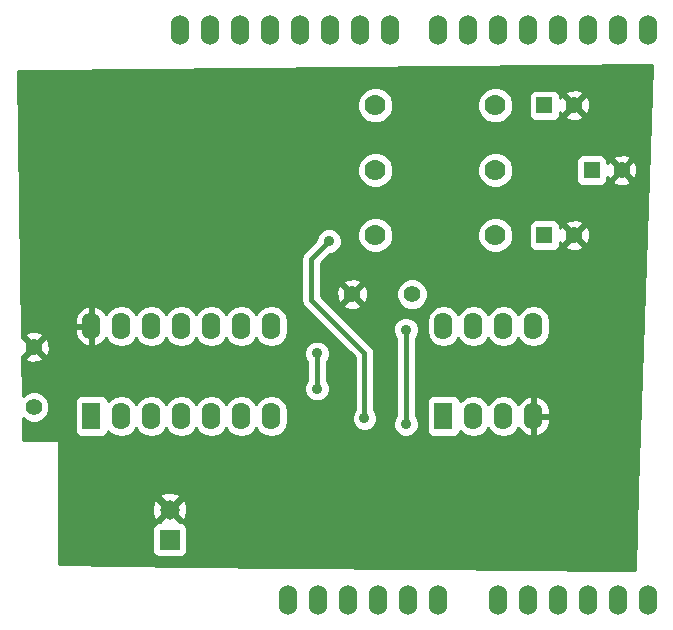
<source format=gbl>
%FSLAX34Y34*%
G04 Gerber Fmt 3.4, Leading zero omitted, Abs format*
G04 (created by PCBNEW (2014-02-26 BZR 4721)-product) date Wednesday, 06 July 2016 19:45:04*
%MOIN*%
G01*
G70*
G90*
G04 APERTURE LIST*
%ADD10C,0.005906*%
%ADD11C,0.055000*%
%ADD12R,0.065000X0.065000*%
%ADD13C,0.065000*%
%ADD14R,0.055000X0.055000*%
%ADD15R,0.062000X0.090000*%
%ADD16O,0.062000X0.090000*%
%ADD17C,0.070000*%
%ADD18O,0.060000X0.100000*%
%ADD19C,0.035000*%
%ADD20C,0.015748*%
%ADD21C,0.010000*%
G04 APERTURE END LIST*
G54D10*
G54D11*
X30314Y-39976D03*
X30314Y-37976D03*
G54D12*
X34842Y-44397D03*
G54D13*
X34842Y-43397D03*
G54D11*
X42929Y-36220D03*
X40929Y-36220D03*
G54D14*
X47334Y-29921D03*
G54D11*
X48334Y-29921D03*
G54D14*
X48909Y-32086D03*
G54D11*
X49909Y-32086D03*
G54D14*
X47334Y-34251D03*
G54D11*
X48334Y-34251D03*
G54D15*
X32236Y-40279D03*
G54D16*
X33236Y-40279D03*
X34236Y-40279D03*
X35236Y-40279D03*
X36236Y-40279D03*
X37236Y-40279D03*
X38236Y-40279D03*
X38236Y-37279D03*
X37236Y-37279D03*
X36236Y-37279D03*
X35236Y-37279D03*
X34236Y-37279D03*
X33236Y-37279D03*
X32236Y-37279D03*
G54D17*
X45700Y-29921D03*
X41700Y-29921D03*
X45700Y-32086D03*
X41700Y-32086D03*
X45700Y-34251D03*
X41700Y-34251D03*
G54D18*
X50788Y-46412D03*
X49788Y-46412D03*
X48788Y-46412D03*
X45788Y-46412D03*
X46788Y-46412D03*
X47788Y-46412D03*
X43788Y-46412D03*
X42788Y-46412D03*
X41788Y-46412D03*
X39788Y-46412D03*
X38788Y-46412D03*
X50788Y-27412D03*
X49788Y-27412D03*
X48788Y-27412D03*
X47788Y-27412D03*
X46788Y-27412D03*
X45788Y-27412D03*
X44788Y-27412D03*
X43788Y-27412D03*
X42188Y-27412D03*
X41188Y-27412D03*
X40188Y-27412D03*
X39188Y-27412D03*
X38188Y-27412D03*
X37188Y-27412D03*
X36188Y-27412D03*
X35188Y-27412D03*
X40788Y-46412D03*
G54D15*
X43972Y-40279D03*
G54D16*
X44972Y-40279D03*
X45972Y-40279D03*
X46972Y-40279D03*
X46972Y-37279D03*
X45972Y-37279D03*
X44972Y-37279D03*
X43972Y-37279D03*
G54D19*
X42716Y-37401D03*
X42716Y-40551D03*
X41338Y-40354D03*
X40157Y-34448D03*
X39763Y-39370D03*
X39763Y-38188D03*
G54D20*
X42716Y-40551D02*
X42716Y-37401D01*
X41338Y-38188D02*
X41338Y-40354D01*
X39566Y-36417D02*
X41338Y-38188D01*
X39566Y-35039D02*
X39566Y-36417D01*
X40157Y-34448D02*
X39566Y-35039D01*
X39763Y-38188D02*
X39763Y-39370D01*
G54D10*
G36*
X50932Y-28593D02*
X50439Y-42729D01*
X50439Y-32162D01*
X50428Y-31953D01*
X50370Y-31813D01*
X50277Y-31789D01*
X50206Y-31860D01*
X50206Y-31718D01*
X50182Y-31626D01*
X49985Y-31556D01*
X49776Y-31568D01*
X49636Y-31626D01*
X49612Y-31718D01*
X49909Y-32015D01*
X50206Y-31718D01*
X50206Y-31860D01*
X49980Y-32086D01*
X50277Y-32383D01*
X50370Y-32359D01*
X50439Y-32162D01*
X50439Y-42729D01*
X50345Y-45421D01*
X50206Y-45420D01*
X50206Y-32454D01*
X49909Y-32157D01*
X49838Y-32228D01*
X49838Y-32086D01*
X49541Y-31789D01*
X49448Y-31813D01*
X49434Y-31854D01*
X49434Y-31761D01*
X49396Y-31670D01*
X49326Y-31599D01*
X49234Y-31561D01*
X49134Y-31561D01*
X48864Y-31561D01*
X48864Y-29997D01*
X48853Y-29788D01*
X48795Y-29648D01*
X48702Y-29624D01*
X48631Y-29694D01*
X48631Y-29553D01*
X48607Y-29460D01*
X48410Y-29391D01*
X48201Y-29402D01*
X48061Y-29460D01*
X48037Y-29553D01*
X48334Y-29850D01*
X48631Y-29553D01*
X48631Y-29694D01*
X48405Y-29921D01*
X48702Y-30218D01*
X48795Y-30194D01*
X48864Y-29997D01*
X48864Y-31561D01*
X48631Y-31561D01*
X48631Y-30289D01*
X48334Y-29991D01*
X48263Y-30062D01*
X48263Y-29921D01*
X47966Y-29624D01*
X47874Y-29648D01*
X47859Y-29689D01*
X47859Y-29596D01*
X47821Y-29504D01*
X47751Y-29434D01*
X47659Y-29396D01*
X47559Y-29396D01*
X47009Y-29396D01*
X46918Y-29434D01*
X46847Y-29504D01*
X46809Y-29596D01*
X46809Y-29695D01*
X46809Y-30245D01*
X46847Y-30337D01*
X46918Y-30408D01*
X47009Y-30446D01*
X47109Y-30446D01*
X47659Y-30446D01*
X47751Y-30408D01*
X47821Y-30337D01*
X47859Y-30245D01*
X47859Y-30159D01*
X47874Y-30194D01*
X47966Y-30218D01*
X48263Y-29921D01*
X48263Y-30062D01*
X48037Y-30289D01*
X48061Y-30381D01*
X48258Y-30451D01*
X48467Y-30439D01*
X48607Y-30381D01*
X48631Y-30289D01*
X48631Y-31561D01*
X48584Y-31561D01*
X48492Y-31599D01*
X48422Y-31670D01*
X48384Y-31761D01*
X48384Y-31861D01*
X48384Y-32411D01*
X48422Y-32503D01*
X48492Y-32573D01*
X48584Y-32611D01*
X48684Y-32611D01*
X49234Y-32611D01*
X49326Y-32573D01*
X49396Y-32503D01*
X49434Y-32411D01*
X49434Y-32324D01*
X49448Y-32359D01*
X49541Y-32383D01*
X49838Y-32086D01*
X49838Y-32228D01*
X49612Y-32454D01*
X49636Y-32547D01*
X49833Y-32616D01*
X50042Y-32605D01*
X50182Y-32547D01*
X50206Y-32454D01*
X50206Y-45420D01*
X48864Y-45406D01*
X48864Y-34327D01*
X48853Y-34119D01*
X48795Y-33979D01*
X48702Y-33954D01*
X48631Y-34025D01*
X48631Y-33884D01*
X48607Y-33791D01*
X48410Y-33722D01*
X48201Y-33733D01*
X48061Y-33791D01*
X48037Y-33884D01*
X48334Y-34181D01*
X48631Y-33884D01*
X48631Y-34025D01*
X48405Y-34251D01*
X48702Y-34549D01*
X48795Y-34524D01*
X48864Y-34327D01*
X48864Y-45406D01*
X48631Y-45404D01*
X48631Y-34619D01*
X48334Y-34322D01*
X48263Y-34393D01*
X48263Y-34251D01*
X47966Y-33954D01*
X47874Y-33979D01*
X47859Y-34020D01*
X47859Y-33927D01*
X47821Y-33835D01*
X47751Y-33765D01*
X47659Y-33726D01*
X47559Y-33726D01*
X47009Y-33726D01*
X46918Y-33765D01*
X46847Y-33835D01*
X46809Y-33927D01*
X46809Y-34026D01*
X46809Y-34576D01*
X46847Y-34668D01*
X46918Y-34738D01*
X47009Y-34776D01*
X47109Y-34776D01*
X47659Y-34776D01*
X47751Y-34738D01*
X47821Y-34668D01*
X47859Y-34576D01*
X47859Y-34489D01*
X47874Y-34524D01*
X47966Y-34549D01*
X48263Y-34251D01*
X48263Y-34393D01*
X48037Y-34619D01*
X48061Y-34712D01*
X48258Y-34781D01*
X48467Y-34770D01*
X48607Y-34712D01*
X48631Y-34619D01*
X48631Y-45404D01*
X47532Y-45393D01*
X47532Y-40469D01*
X47532Y-40329D01*
X47532Y-40229D01*
X47532Y-40089D01*
X47532Y-37433D01*
X47532Y-37125D01*
X47489Y-36911D01*
X47368Y-36729D01*
X47186Y-36608D01*
X46972Y-36565D01*
X46758Y-36608D01*
X46576Y-36729D01*
X46472Y-36885D01*
X46368Y-36729D01*
X46300Y-36684D01*
X46300Y-34133D01*
X46300Y-31967D01*
X46300Y-29802D01*
X46209Y-29581D01*
X46041Y-29412D01*
X45820Y-29321D01*
X45581Y-29321D01*
X45361Y-29412D01*
X45192Y-29580D01*
X45100Y-29801D01*
X45100Y-30040D01*
X45191Y-30260D01*
X45360Y-30429D01*
X45580Y-30521D01*
X45819Y-30521D01*
X46040Y-30430D01*
X46209Y-30261D01*
X46300Y-30041D01*
X46300Y-29802D01*
X46300Y-31967D01*
X46209Y-31747D01*
X46041Y-31578D01*
X45820Y-31486D01*
X45581Y-31486D01*
X45361Y-31577D01*
X45192Y-31746D01*
X45100Y-31966D01*
X45100Y-32205D01*
X45191Y-32426D01*
X45360Y-32594D01*
X45580Y-32686D01*
X45819Y-32686D01*
X46040Y-32595D01*
X46209Y-32426D01*
X46300Y-32206D01*
X46300Y-31967D01*
X46300Y-34133D01*
X46209Y-33912D01*
X46041Y-33743D01*
X45820Y-33652D01*
X45581Y-33651D01*
X45361Y-33743D01*
X45192Y-33911D01*
X45100Y-34132D01*
X45100Y-34370D01*
X45191Y-34591D01*
X45360Y-34760D01*
X45580Y-34851D01*
X45819Y-34852D01*
X46040Y-34760D01*
X46209Y-34592D01*
X46300Y-34371D01*
X46300Y-34133D01*
X46300Y-36684D01*
X46186Y-36608D01*
X45972Y-36565D01*
X45758Y-36608D01*
X45576Y-36729D01*
X45472Y-36885D01*
X45368Y-36729D01*
X45186Y-36608D01*
X44972Y-36565D01*
X44758Y-36608D01*
X44576Y-36729D01*
X44472Y-36885D01*
X44368Y-36729D01*
X44186Y-36608D01*
X43972Y-36565D01*
X43758Y-36608D01*
X43576Y-36729D01*
X43455Y-36911D01*
X43454Y-36915D01*
X43454Y-36116D01*
X43374Y-35923D01*
X43226Y-35775D01*
X43034Y-35695D01*
X42825Y-35695D01*
X42632Y-35775D01*
X42484Y-35922D01*
X42404Y-36115D01*
X42404Y-36324D01*
X42483Y-36517D01*
X42631Y-36665D01*
X42824Y-36745D01*
X43033Y-36745D01*
X43226Y-36665D01*
X43373Y-36518D01*
X43454Y-36325D01*
X43454Y-36116D01*
X43454Y-36915D01*
X43412Y-37125D01*
X43412Y-37433D01*
X43455Y-37647D01*
X43576Y-37829D01*
X43758Y-37950D01*
X43972Y-37993D01*
X44186Y-37950D01*
X44368Y-37829D01*
X44472Y-37673D01*
X44576Y-37829D01*
X44758Y-37950D01*
X44972Y-37993D01*
X45186Y-37950D01*
X45368Y-37829D01*
X45472Y-37673D01*
X45576Y-37829D01*
X45758Y-37950D01*
X45972Y-37993D01*
X46186Y-37950D01*
X46368Y-37829D01*
X46472Y-37673D01*
X46576Y-37829D01*
X46758Y-37950D01*
X46972Y-37993D01*
X47186Y-37950D01*
X47368Y-37829D01*
X47489Y-37647D01*
X47532Y-37433D01*
X47532Y-40089D01*
X47470Y-39879D01*
X47333Y-39708D01*
X47140Y-39603D01*
X47109Y-39596D01*
X47022Y-39644D01*
X47022Y-40229D01*
X47532Y-40229D01*
X47532Y-40329D01*
X47022Y-40329D01*
X47022Y-40914D01*
X47109Y-40962D01*
X47140Y-40956D01*
X47333Y-40850D01*
X47470Y-40680D01*
X47532Y-40469D01*
X47532Y-45393D01*
X46922Y-45387D01*
X46922Y-40914D01*
X46922Y-40329D01*
X46914Y-40329D01*
X46914Y-40229D01*
X46922Y-40229D01*
X46922Y-39644D01*
X46835Y-39596D01*
X46804Y-39603D01*
X46611Y-39708D01*
X46474Y-39879D01*
X46472Y-39885D01*
X46368Y-39729D01*
X46186Y-39608D01*
X45972Y-39565D01*
X45758Y-39608D01*
X45576Y-39729D01*
X45472Y-39885D01*
X45368Y-39729D01*
X45186Y-39608D01*
X44972Y-39565D01*
X44758Y-39608D01*
X44576Y-39729D01*
X44532Y-39795D01*
X44532Y-39779D01*
X44494Y-39687D01*
X44424Y-39617D01*
X44332Y-39579D01*
X44232Y-39579D01*
X43612Y-39579D01*
X43520Y-39617D01*
X43450Y-39687D01*
X43412Y-39779D01*
X43412Y-39879D01*
X43412Y-40779D01*
X43450Y-40871D01*
X43520Y-40941D01*
X43612Y-40979D01*
X43712Y-40979D01*
X44332Y-40979D01*
X44424Y-40941D01*
X44494Y-40871D01*
X44532Y-40779D01*
X44532Y-40763D01*
X44576Y-40829D01*
X44758Y-40950D01*
X44972Y-40993D01*
X45186Y-40950D01*
X45368Y-40829D01*
X45472Y-40673D01*
X45576Y-40829D01*
X45758Y-40950D01*
X45972Y-40993D01*
X46186Y-40950D01*
X46368Y-40829D01*
X46472Y-40673D01*
X46474Y-40680D01*
X46611Y-40850D01*
X46804Y-40956D01*
X46835Y-40962D01*
X46922Y-40914D01*
X46922Y-45387D01*
X43141Y-45348D01*
X43141Y-40467D01*
X43077Y-40310D01*
X43045Y-40278D01*
X43045Y-37673D01*
X43076Y-37642D01*
X43141Y-37486D01*
X43141Y-37317D01*
X43077Y-37161D01*
X42957Y-37041D01*
X42801Y-36976D01*
X42632Y-36976D01*
X42476Y-37041D01*
X42356Y-37160D01*
X42300Y-37294D01*
X42300Y-34133D01*
X42300Y-31967D01*
X42300Y-29802D01*
X42209Y-29581D01*
X42041Y-29412D01*
X41820Y-29321D01*
X41581Y-29321D01*
X41361Y-29412D01*
X41192Y-29580D01*
X41100Y-29801D01*
X41100Y-30040D01*
X41191Y-30260D01*
X41360Y-30429D01*
X41580Y-30521D01*
X41819Y-30521D01*
X42040Y-30430D01*
X42209Y-30261D01*
X42300Y-30041D01*
X42300Y-29802D01*
X42300Y-31967D01*
X42209Y-31747D01*
X42041Y-31578D01*
X41820Y-31486D01*
X41581Y-31486D01*
X41361Y-31577D01*
X41192Y-31746D01*
X41100Y-31966D01*
X41100Y-32205D01*
X41191Y-32426D01*
X41360Y-32594D01*
X41580Y-32686D01*
X41819Y-32686D01*
X42040Y-32595D01*
X42209Y-32426D01*
X42300Y-32206D01*
X42300Y-31967D01*
X42300Y-34133D01*
X42209Y-33912D01*
X42041Y-33743D01*
X41820Y-33652D01*
X41581Y-33651D01*
X41361Y-33743D01*
X41192Y-33911D01*
X41100Y-34132D01*
X41100Y-34370D01*
X41191Y-34591D01*
X41360Y-34760D01*
X41580Y-34851D01*
X41819Y-34852D01*
X42040Y-34760D01*
X42209Y-34592D01*
X42300Y-34371D01*
X42300Y-34133D01*
X42300Y-37294D01*
X42291Y-37316D01*
X42291Y-37485D01*
X42356Y-37642D01*
X42387Y-37673D01*
X42387Y-40278D01*
X42356Y-40310D01*
X42291Y-40466D01*
X42291Y-40635D01*
X42356Y-40791D01*
X42475Y-40911D01*
X42631Y-40976D01*
X42800Y-40976D01*
X42956Y-40911D01*
X43076Y-40792D01*
X43141Y-40636D01*
X43141Y-40467D01*
X43141Y-45348D01*
X41763Y-45334D01*
X41763Y-40270D01*
X41699Y-40113D01*
X41667Y-40082D01*
X41667Y-38188D01*
X41642Y-38063D01*
X41642Y-38063D01*
X41571Y-37956D01*
X41459Y-37844D01*
X41459Y-36296D01*
X41447Y-36087D01*
X41389Y-35947D01*
X41296Y-35923D01*
X41226Y-35994D01*
X41226Y-35852D01*
X41201Y-35759D01*
X41004Y-35690D01*
X40796Y-35701D01*
X40656Y-35759D01*
X40632Y-35852D01*
X40929Y-36149D01*
X41226Y-35852D01*
X41226Y-35994D01*
X40999Y-36220D01*
X41296Y-36517D01*
X41389Y-36493D01*
X41459Y-36296D01*
X41459Y-37844D01*
X41226Y-37611D01*
X41226Y-36588D01*
X40929Y-36291D01*
X40858Y-36361D01*
X40858Y-36220D01*
X40561Y-35923D01*
X40468Y-35947D01*
X40399Y-36144D01*
X40410Y-36353D01*
X40468Y-36493D01*
X40561Y-36517D01*
X40858Y-36220D01*
X40858Y-36361D01*
X40632Y-36588D01*
X40656Y-36681D01*
X40853Y-36750D01*
X41061Y-36739D01*
X41201Y-36681D01*
X41226Y-36588D01*
X41226Y-37611D01*
X39895Y-36281D01*
X39895Y-35175D01*
X40197Y-34873D01*
X40241Y-34873D01*
X40397Y-34809D01*
X40517Y-34689D01*
X40582Y-34533D01*
X40582Y-34364D01*
X40517Y-34208D01*
X40398Y-34088D01*
X40242Y-34023D01*
X40073Y-34023D01*
X39917Y-34088D01*
X39797Y-34207D01*
X39732Y-34363D01*
X39732Y-34408D01*
X39334Y-34806D01*
X39263Y-34913D01*
X39238Y-35039D01*
X39238Y-36417D01*
X39263Y-36543D01*
X39334Y-36649D01*
X41009Y-38325D01*
X41009Y-40081D01*
X40978Y-40113D01*
X40913Y-40269D01*
X40913Y-40438D01*
X40978Y-40594D01*
X41097Y-40714D01*
X41253Y-40779D01*
X41422Y-40779D01*
X41579Y-40714D01*
X41698Y-40595D01*
X41763Y-40439D01*
X41763Y-40270D01*
X41763Y-45334D01*
X40188Y-45318D01*
X40188Y-39285D01*
X40124Y-39129D01*
X40092Y-39097D01*
X40092Y-38461D01*
X40123Y-38430D01*
X40188Y-38273D01*
X40188Y-38104D01*
X40124Y-37948D01*
X40004Y-37828D01*
X39848Y-37764D01*
X39679Y-37763D01*
X39523Y-37828D01*
X39403Y-37947D01*
X39338Y-38104D01*
X39338Y-38273D01*
X39403Y-38429D01*
X39435Y-38461D01*
X39435Y-39097D01*
X39403Y-39129D01*
X39338Y-39285D01*
X39338Y-39454D01*
X39403Y-39610D01*
X39522Y-39730D01*
X39678Y-39795D01*
X39847Y-39795D01*
X40004Y-39730D01*
X40123Y-39611D01*
X40188Y-39454D01*
X40188Y-39285D01*
X40188Y-45318D01*
X38796Y-45304D01*
X38796Y-40433D01*
X38796Y-40125D01*
X38796Y-37433D01*
X38796Y-37125D01*
X38753Y-36911D01*
X38632Y-36729D01*
X38450Y-36608D01*
X38236Y-36565D01*
X38021Y-36608D01*
X37840Y-36729D01*
X37736Y-36885D01*
X37632Y-36729D01*
X37450Y-36608D01*
X37236Y-36565D01*
X37021Y-36608D01*
X36840Y-36729D01*
X36736Y-36885D01*
X36632Y-36729D01*
X36450Y-36608D01*
X36236Y-36565D01*
X36021Y-36608D01*
X35840Y-36729D01*
X35736Y-36885D01*
X35632Y-36729D01*
X35450Y-36608D01*
X35236Y-36565D01*
X35021Y-36608D01*
X34840Y-36729D01*
X34736Y-36885D01*
X34632Y-36729D01*
X34450Y-36608D01*
X34236Y-36565D01*
X34021Y-36608D01*
X33840Y-36729D01*
X33736Y-36885D01*
X33632Y-36729D01*
X33450Y-36608D01*
X33236Y-36565D01*
X33021Y-36608D01*
X32840Y-36729D01*
X32736Y-36885D01*
X32734Y-36879D01*
X32596Y-36708D01*
X32404Y-36603D01*
X32372Y-36596D01*
X32286Y-36644D01*
X32286Y-37229D01*
X32294Y-37229D01*
X32294Y-37329D01*
X32286Y-37329D01*
X32286Y-37914D01*
X32372Y-37962D01*
X32404Y-37956D01*
X32596Y-37850D01*
X32734Y-37680D01*
X32736Y-37673D01*
X32840Y-37829D01*
X33021Y-37950D01*
X33236Y-37993D01*
X33450Y-37950D01*
X33632Y-37829D01*
X33736Y-37673D01*
X33840Y-37829D01*
X34021Y-37950D01*
X34236Y-37993D01*
X34450Y-37950D01*
X34632Y-37829D01*
X34736Y-37673D01*
X34840Y-37829D01*
X35021Y-37950D01*
X35236Y-37993D01*
X35450Y-37950D01*
X35632Y-37829D01*
X35736Y-37673D01*
X35840Y-37829D01*
X36021Y-37950D01*
X36236Y-37993D01*
X36450Y-37950D01*
X36632Y-37829D01*
X36736Y-37673D01*
X36840Y-37829D01*
X37021Y-37950D01*
X37236Y-37993D01*
X37450Y-37950D01*
X37632Y-37829D01*
X37736Y-37673D01*
X37840Y-37829D01*
X38021Y-37950D01*
X38236Y-37993D01*
X38450Y-37950D01*
X38632Y-37829D01*
X38753Y-37647D01*
X38796Y-37433D01*
X38796Y-40125D01*
X38753Y-39911D01*
X38632Y-39729D01*
X38450Y-39608D01*
X38236Y-39565D01*
X38021Y-39608D01*
X37840Y-39729D01*
X37736Y-39885D01*
X37632Y-39729D01*
X37450Y-39608D01*
X37236Y-39565D01*
X37021Y-39608D01*
X36840Y-39729D01*
X36736Y-39885D01*
X36632Y-39729D01*
X36450Y-39608D01*
X36236Y-39565D01*
X36021Y-39608D01*
X35840Y-39729D01*
X35736Y-39885D01*
X35632Y-39729D01*
X35450Y-39608D01*
X35236Y-39565D01*
X35021Y-39608D01*
X34840Y-39729D01*
X34736Y-39885D01*
X34632Y-39729D01*
X34450Y-39608D01*
X34236Y-39565D01*
X34021Y-39608D01*
X33840Y-39729D01*
X33736Y-39885D01*
X33632Y-39729D01*
X33450Y-39608D01*
X33236Y-39565D01*
X33021Y-39608D01*
X32840Y-39729D01*
X32796Y-39795D01*
X32796Y-39779D01*
X32758Y-39687D01*
X32687Y-39617D01*
X32595Y-39579D01*
X32496Y-39579D01*
X32186Y-39579D01*
X32186Y-37914D01*
X32186Y-37329D01*
X32186Y-37229D01*
X32186Y-36644D01*
X32099Y-36596D01*
X32068Y-36603D01*
X31875Y-36708D01*
X31737Y-36879D01*
X31676Y-37089D01*
X31676Y-37229D01*
X32186Y-37229D01*
X32186Y-37329D01*
X31676Y-37329D01*
X31676Y-37469D01*
X31737Y-37680D01*
X31875Y-37850D01*
X32068Y-37956D01*
X32099Y-37962D01*
X32186Y-37914D01*
X32186Y-39579D01*
X31876Y-39579D01*
X31784Y-39617D01*
X31714Y-39687D01*
X31676Y-39779D01*
X31676Y-39879D01*
X31676Y-40779D01*
X31714Y-40871D01*
X31784Y-40941D01*
X31876Y-40979D01*
X31975Y-40979D01*
X32595Y-40979D01*
X32687Y-40941D01*
X32758Y-40871D01*
X32796Y-40779D01*
X32796Y-40763D01*
X32840Y-40829D01*
X33021Y-40950D01*
X33236Y-40993D01*
X33450Y-40950D01*
X33632Y-40829D01*
X33736Y-40673D01*
X33840Y-40829D01*
X34021Y-40950D01*
X34236Y-40993D01*
X34450Y-40950D01*
X34632Y-40829D01*
X34736Y-40673D01*
X34840Y-40829D01*
X35021Y-40950D01*
X35236Y-40993D01*
X35450Y-40950D01*
X35632Y-40829D01*
X35736Y-40673D01*
X35840Y-40829D01*
X36021Y-40950D01*
X36236Y-40993D01*
X36450Y-40950D01*
X36632Y-40829D01*
X36736Y-40673D01*
X36840Y-40829D01*
X37021Y-40950D01*
X37236Y-40993D01*
X37450Y-40950D01*
X37632Y-40829D01*
X37736Y-40673D01*
X37840Y-40829D01*
X38021Y-40950D01*
X38236Y-40993D01*
X38450Y-40950D01*
X38632Y-40829D01*
X38753Y-40647D01*
X38796Y-40433D01*
X38796Y-45304D01*
X35422Y-45269D01*
X35422Y-43485D01*
X35411Y-43256D01*
X35344Y-43094D01*
X35246Y-43064D01*
X35175Y-43135D01*
X35175Y-42993D01*
X35145Y-42895D01*
X34930Y-42817D01*
X34701Y-42828D01*
X34539Y-42895D01*
X34509Y-42993D01*
X34842Y-43326D01*
X35175Y-42993D01*
X35175Y-43135D01*
X34913Y-43397D01*
X35246Y-43730D01*
X35344Y-43700D01*
X35422Y-43485D01*
X35422Y-45269D01*
X35417Y-45269D01*
X35417Y-44772D01*
X35417Y-44672D01*
X35417Y-44022D01*
X35379Y-43931D01*
X35309Y-43860D01*
X35217Y-43822D01*
X35169Y-43822D01*
X35175Y-43801D01*
X34842Y-43468D01*
X34771Y-43539D01*
X34771Y-43397D01*
X34438Y-43064D01*
X34340Y-43094D01*
X34262Y-43309D01*
X34273Y-43538D01*
X34340Y-43700D01*
X34438Y-43730D01*
X34771Y-43397D01*
X34771Y-43539D01*
X34509Y-43801D01*
X34515Y-43822D01*
X34467Y-43822D01*
X34375Y-43860D01*
X34305Y-43931D01*
X34267Y-44022D01*
X34267Y-44122D01*
X34267Y-44772D01*
X34305Y-44864D01*
X34375Y-44934D01*
X34467Y-44972D01*
X34567Y-44972D01*
X35217Y-44972D01*
X35309Y-44934D01*
X35379Y-44864D01*
X35417Y-44772D01*
X35417Y-45269D01*
X31152Y-45226D01*
X31152Y-41091D01*
X30844Y-41091D01*
X30844Y-38052D01*
X30833Y-37843D01*
X30775Y-37703D01*
X30682Y-37679D01*
X30612Y-37750D01*
X30612Y-37608D01*
X30587Y-37515D01*
X30390Y-37446D01*
X30182Y-37457D01*
X30042Y-37515D01*
X30017Y-37608D01*
X30314Y-37905D01*
X30612Y-37608D01*
X30612Y-37750D01*
X30385Y-37976D01*
X30682Y-38273D01*
X30775Y-38249D01*
X30844Y-38052D01*
X30844Y-41091D01*
X29970Y-41091D01*
X29958Y-40362D01*
X30017Y-40421D01*
X30210Y-40501D01*
X30418Y-40501D01*
X30611Y-40421D01*
X30759Y-40274D01*
X30839Y-40081D01*
X30840Y-39872D01*
X30760Y-39679D01*
X30612Y-39531D01*
X30612Y-39531D01*
X30612Y-38344D01*
X30314Y-38047D01*
X30017Y-38344D01*
X30042Y-38436D01*
X30239Y-38506D01*
X30447Y-38494D01*
X30587Y-38436D01*
X30612Y-38344D01*
X30612Y-39531D01*
X30419Y-39451D01*
X30210Y-39451D01*
X30017Y-39531D01*
X29946Y-39602D01*
X29925Y-38267D01*
X29947Y-38273D01*
X30244Y-37976D01*
X29947Y-37679D01*
X29916Y-37687D01*
X29775Y-28790D01*
X30512Y-28790D01*
X50932Y-28593D01*
X50932Y-28593D01*
G37*
G54D21*
X50932Y-28593D02*
X50439Y-42729D01*
X50439Y-32162D01*
X50428Y-31953D01*
X50370Y-31813D01*
X50277Y-31789D01*
X50206Y-31860D01*
X50206Y-31718D01*
X50182Y-31626D01*
X49985Y-31556D01*
X49776Y-31568D01*
X49636Y-31626D01*
X49612Y-31718D01*
X49909Y-32015D01*
X50206Y-31718D01*
X50206Y-31860D01*
X49980Y-32086D01*
X50277Y-32383D01*
X50370Y-32359D01*
X50439Y-32162D01*
X50439Y-42729D01*
X50345Y-45421D01*
X50206Y-45420D01*
X50206Y-32454D01*
X49909Y-32157D01*
X49838Y-32228D01*
X49838Y-32086D01*
X49541Y-31789D01*
X49448Y-31813D01*
X49434Y-31854D01*
X49434Y-31761D01*
X49396Y-31670D01*
X49326Y-31599D01*
X49234Y-31561D01*
X49134Y-31561D01*
X48864Y-31561D01*
X48864Y-29997D01*
X48853Y-29788D01*
X48795Y-29648D01*
X48702Y-29624D01*
X48631Y-29694D01*
X48631Y-29553D01*
X48607Y-29460D01*
X48410Y-29391D01*
X48201Y-29402D01*
X48061Y-29460D01*
X48037Y-29553D01*
X48334Y-29850D01*
X48631Y-29553D01*
X48631Y-29694D01*
X48405Y-29921D01*
X48702Y-30218D01*
X48795Y-30194D01*
X48864Y-29997D01*
X48864Y-31561D01*
X48631Y-31561D01*
X48631Y-30289D01*
X48334Y-29991D01*
X48263Y-30062D01*
X48263Y-29921D01*
X47966Y-29624D01*
X47874Y-29648D01*
X47859Y-29689D01*
X47859Y-29596D01*
X47821Y-29504D01*
X47751Y-29434D01*
X47659Y-29396D01*
X47559Y-29396D01*
X47009Y-29396D01*
X46918Y-29434D01*
X46847Y-29504D01*
X46809Y-29596D01*
X46809Y-29695D01*
X46809Y-30245D01*
X46847Y-30337D01*
X46918Y-30408D01*
X47009Y-30446D01*
X47109Y-30446D01*
X47659Y-30446D01*
X47751Y-30408D01*
X47821Y-30337D01*
X47859Y-30245D01*
X47859Y-30159D01*
X47874Y-30194D01*
X47966Y-30218D01*
X48263Y-29921D01*
X48263Y-30062D01*
X48037Y-30289D01*
X48061Y-30381D01*
X48258Y-30451D01*
X48467Y-30439D01*
X48607Y-30381D01*
X48631Y-30289D01*
X48631Y-31561D01*
X48584Y-31561D01*
X48492Y-31599D01*
X48422Y-31670D01*
X48384Y-31761D01*
X48384Y-31861D01*
X48384Y-32411D01*
X48422Y-32503D01*
X48492Y-32573D01*
X48584Y-32611D01*
X48684Y-32611D01*
X49234Y-32611D01*
X49326Y-32573D01*
X49396Y-32503D01*
X49434Y-32411D01*
X49434Y-32324D01*
X49448Y-32359D01*
X49541Y-32383D01*
X49838Y-32086D01*
X49838Y-32228D01*
X49612Y-32454D01*
X49636Y-32547D01*
X49833Y-32616D01*
X50042Y-32605D01*
X50182Y-32547D01*
X50206Y-32454D01*
X50206Y-45420D01*
X48864Y-45406D01*
X48864Y-34327D01*
X48853Y-34119D01*
X48795Y-33979D01*
X48702Y-33954D01*
X48631Y-34025D01*
X48631Y-33884D01*
X48607Y-33791D01*
X48410Y-33722D01*
X48201Y-33733D01*
X48061Y-33791D01*
X48037Y-33884D01*
X48334Y-34181D01*
X48631Y-33884D01*
X48631Y-34025D01*
X48405Y-34251D01*
X48702Y-34549D01*
X48795Y-34524D01*
X48864Y-34327D01*
X48864Y-45406D01*
X48631Y-45404D01*
X48631Y-34619D01*
X48334Y-34322D01*
X48263Y-34393D01*
X48263Y-34251D01*
X47966Y-33954D01*
X47874Y-33979D01*
X47859Y-34020D01*
X47859Y-33927D01*
X47821Y-33835D01*
X47751Y-33765D01*
X47659Y-33726D01*
X47559Y-33726D01*
X47009Y-33726D01*
X46918Y-33765D01*
X46847Y-33835D01*
X46809Y-33927D01*
X46809Y-34026D01*
X46809Y-34576D01*
X46847Y-34668D01*
X46918Y-34738D01*
X47009Y-34776D01*
X47109Y-34776D01*
X47659Y-34776D01*
X47751Y-34738D01*
X47821Y-34668D01*
X47859Y-34576D01*
X47859Y-34489D01*
X47874Y-34524D01*
X47966Y-34549D01*
X48263Y-34251D01*
X48263Y-34393D01*
X48037Y-34619D01*
X48061Y-34712D01*
X48258Y-34781D01*
X48467Y-34770D01*
X48607Y-34712D01*
X48631Y-34619D01*
X48631Y-45404D01*
X47532Y-45393D01*
X47532Y-40469D01*
X47532Y-40329D01*
X47532Y-40229D01*
X47532Y-40089D01*
X47532Y-37433D01*
X47532Y-37125D01*
X47489Y-36911D01*
X47368Y-36729D01*
X47186Y-36608D01*
X46972Y-36565D01*
X46758Y-36608D01*
X46576Y-36729D01*
X46472Y-36885D01*
X46368Y-36729D01*
X46300Y-36684D01*
X46300Y-34133D01*
X46300Y-31967D01*
X46300Y-29802D01*
X46209Y-29581D01*
X46041Y-29412D01*
X45820Y-29321D01*
X45581Y-29321D01*
X45361Y-29412D01*
X45192Y-29580D01*
X45100Y-29801D01*
X45100Y-30040D01*
X45191Y-30260D01*
X45360Y-30429D01*
X45580Y-30521D01*
X45819Y-30521D01*
X46040Y-30430D01*
X46209Y-30261D01*
X46300Y-30041D01*
X46300Y-29802D01*
X46300Y-31967D01*
X46209Y-31747D01*
X46041Y-31578D01*
X45820Y-31486D01*
X45581Y-31486D01*
X45361Y-31577D01*
X45192Y-31746D01*
X45100Y-31966D01*
X45100Y-32205D01*
X45191Y-32426D01*
X45360Y-32594D01*
X45580Y-32686D01*
X45819Y-32686D01*
X46040Y-32595D01*
X46209Y-32426D01*
X46300Y-32206D01*
X46300Y-31967D01*
X46300Y-34133D01*
X46209Y-33912D01*
X46041Y-33743D01*
X45820Y-33652D01*
X45581Y-33651D01*
X45361Y-33743D01*
X45192Y-33911D01*
X45100Y-34132D01*
X45100Y-34370D01*
X45191Y-34591D01*
X45360Y-34760D01*
X45580Y-34851D01*
X45819Y-34852D01*
X46040Y-34760D01*
X46209Y-34592D01*
X46300Y-34371D01*
X46300Y-34133D01*
X46300Y-36684D01*
X46186Y-36608D01*
X45972Y-36565D01*
X45758Y-36608D01*
X45576Y-36729D01*
X45472Y-36885D01*
X45368Y-36729D01*
X45186Y-36608D01*
X44972Y-36565D01*
X44758Y-36608D01*
X44576Y-36729D01*
X44472Y-36885D01*
X44368Y-36729D01*
X44186Y-36608D01*
X43972Y-36565D01*
X43758Y-36608D01*
X43576Y-36729D01*
X43455Y-36911D01*
X43454Y-36915D01*
X43454Y-36116D01*
X43374Y-35923D01*
X43226Y-35775D01*
X43034Y-35695D01*
X42825Y-35695D01*
X42632Y-35775D01*
X42484Y-35922D01*
X42404Y-36115D01*
X42404Y-36324D01*
X42483Y-36517D01*
X42631Y-36665D01*
X42824Y-36745D01*
X43033Y-36745D01*
X43226Y-36665D01*
X43373Y-36518D01*
X43454Y-36325D01*
X43454Y-36116D01*
X43454Y-36915D01*
X43412Y-37125D01*
X43412Y-37433D01*
X43455Y-37647D01*
X43576Y-37829D01*
X43758Y-37950D01*
X43972Y-37993D01*
X44186Y-37950D01*
X44368Y-37829D01*
X44472Y-37673D01*
X44576Y-37829D01*
X44758Y-37950D01*
X44972Y-37993D01*
X45186Y-37950D01*
X45368Y-37829D01*
X45472Y-37673D01*
X45576Y-37829D01*
X45758Y-37950D01*
X45972Y-37993D01*
X46186Y-37950D01*
X46368Y-37829D01*
X46472Y-37673D01*
X46576Y-37829D01*
X46758Y-37950D01*
X46972Y-37993D01*
X47186Y-37950D01*
X47368Y-37829D01*
X47489Y-37647D01*
X47532Y-37433D01*
X47532Y-40089D01*
X47470Y-39879D01*
X47333Y-39708D01*
X47140Y-39603D01*
X47109Y-39596D01*
X47022Y-39644D01*
X47022Y-40229D01*
X47532Y-40229D01*
X47532Y-40329D01*
X47022Y-40329D01*
X47022Y-40914D01*
X47109Y-40962D01*
X47140Y-40956D01*
X47333Y-40850D01*
X47470Y-40680D01*
X47532Y-40469D01*
X47532Y-45393D01*
X46922Y-45387D01*
X46922Y-40914D01*
X46922Y-40329D01*
X46914Y-40329D01*
X46914Y-40229D01*
X46922Y-40229D01*
X46922Y-39644D01*
X46835Y-39596D01*
X46804Y-39603D01*
X46611Y-39708D01*
X46474Y-39879D01*
X46472Y-39885D01*
X46368Y-39729D01*
X46186Y-39608D01*
X45972Y-39565D01*
X45758Y-39608D01*
X45576Y-39729D01*
X45472Y-39885D01*
X45368Y-39729D01*
X45186Y-39608D01*
X44972Y-39565D01*
X44758Y-39608D01*
X44576Y-39729D01*
X44532Y-39795D01*
X44532Y-39779D01*
X44494Y-39687D01*
X44424Y-39617D01*
X44332Y-39579D01*
X44232Y-39579D01*
X43612Y-39579D01*
X43520Y-39617D01*
X43450Y-39687D01*
X43412Y-39779D01*
X43412Y-39879D01*
X43412Y-40779D01*
X43450Y-40871D01*
X43520Y-40941D01*
X43612Y-40979D01*
X43712Y-40979D01*
X44332Y-40979D01*
X44424Y-40941D01*
X44494Y-40871D01*
X44532Y-40779D01*
X44532Y-40763D01*
X44576Y-40829D01*
X44758Y-40950D01*
X44972Y-40993D01*
X45186Y-40950D01*
X45368Y-40829D01*
X45472Y-40673D01*
X45576Y-40829D01*
X45758Y-40950D01*
X45972Y-40993D01*
X46186Y-40950D01*
X46368Y-40829D01*
X46472Y-40673D01*
X46474Y-40680D01*
X46611Y-40850D01*
X46804Y-40956D01*
X46835Y-40962D01*
X46922Y-40914D01*
X46922Y-45387D01*
X43141Y-45348D01*
X43141Y-40467D01*
X43077Y-40310D01*
X43045Y-40278D01*
X43045Y-37673D01*
X43076Y-37642D01*
X43141Y-37486D01*
X43141Y-37317D01*
X43077Y-37161D01*
X42957Y-37041D01*
X42801Y-36976D01*
X42632Y-36976D01*
X42476Y-37041D01*
X42356Y-37160D01*
X42300Y-37294D01*
X42300Y-34133D01*
X42300Y-31967D01*
X42300Y-29802D01*
X42209Y-29581D01*
X42041Y-29412D01*
X41820Y-29321D01*
X41581Y-29321D01*
X41361Y-29412D01*
X41192Y-29580D01*
X41100Y-29801D01*
X41100Y-30040D01*
X41191Y-30260D01*
X41360Y-30429D01*
X41580Y-30521D01*
X41819Y-30521D01*
X42040Y-30430D01*
X42209Y-30261D01*
X42300Y-30041D01*
X42300Y-29802D01*
X42300Y-31967D01*
X42209Y-31747D01*
X42041Y-31578D01*
X41820Y-31486D01*
X41581Y-31486D01*
X41361Y-31577D01*
X41192Y-31746D01*
X41100Y-31966D01*
X41100Y-32205D01*
X41191Y-32426D01*
X41360Y-32594D01*
X41580Y-32686D01*
X41819Y-32686D01*
X42040Y-32595D01*
X42209Y-32426D01*
X42300Y-32206D01*
X42300Y-31967D01*
X42300Y-34133D01*
X42209Y-33912D01*
X42041Y-33743D01*
X41820Y-33652D01*
X41581Y-33651D01*
X41361Y-33743D01*
X41192Y-33911D01*
X41100Y-34132D01*
X41100Y-34370D01*
X41191Y-34591D01*
X41360Y-34760D01*
X41580Y-34851D01*
X41819Y-34852D01*
X42040Y-34760D01*
X42209Y-34592D01*
X42300Y-34371D01*
X42300Y-34133D01*
X42300Y-37294D01*
X42291Y-37316D01*
X42291Y-37485D01*
X42356Y-37642D01*
X42387Y-37673D01*
X42387Y-40278D01*
X42356Y-40310D01*
X42291Y-40466D01*
X42291Y-40635D01*
X42356Y-40791D01*
X42475Y-40911D01*
X42631Y-40976D01*
X42800Y-40976D01*
X42956Y-40911D01*
X43076Y-40792D01*
X43141Y-40636D01*
X43141Y-40467D01*
X43141Y-45348D01*
X41763Y-45334D01*
X41763Y-40270D01*
X41699Y-40113D01*
X41667Y-40082D01*
X41667Y-38188D01*
X41642Y-38063D01*
X41642Y-38063D01*
X41571Y-37956D01*
X41459Y-37844D01*
X41459Y-36296D01*
X41447Y-36087D01*
X41389Y-35947D01*
X41296Y-35923D01*
X41226Y-35994D01*
X41226Y-35852D01*
X41201Y-35759D01*
X41004Y-35690D01*
X40796Y-35701D01*
X40656Y-35759D01*
X40632Y-35852D01*
X40929Y-36149D01*
X41226Y-35852D01*
X41226Y-35994D01*
X40999Y-36220D01*
X41296Y-36517D01*
X41389Y-36493D01*
X41459Y-36296D01*
X41459Y-37844D01*
X41226Y-37611D01*
X41226Y-36588D01*
X40929Y-36291D01*
X40858Y-36361D01*
X40858Y-36220D01*
X40561Y-35923D01*
X40468Y-35947D01*
X40399Y-36144D01*
X40410Y-36353D01*
X40468Y-36493D01*
X40561Y-36517D01*
X40858Y-36220D01*
X40858Y-36361D01*
X40632Y-36588D01*
X40656Y-36681D01*
X40853Y-36750D01*
X41061Y-36739D01*
X41201Y-36681D01*
X41226Y-36588D01*
X41226Y-37611D01*
X39895Y-36281D01*
X39895Y-35175D01*
X40197Y-34873D01*
X40241Y-34873D01*
X40397Y-34809D01*
X40517Y-34689D01*
X40582Y-34533D01*
X40582Y-34364D01*
X40517Y-34208D01*
X40398Y-34088D01*
X40242Y-34023D01*
X40073Y-34023D01*
X39917Y-34088D01*
X39797Y-34207D01*
X39732Y-34363D01*
X39732Y-34408D01*
X39334Y-34806D01*
X39263Y-34913D01*
X39238Y-35039D01*
X39238Y-36417D01*
X39263Y-36543D01*
X39334Y-36649D01*
X41009Y-38325D01*
X41009Y-40081D01*
X40978Y-40113D01*
X40913Y-40269D01*
X40913Y-40438D01*
X40978Y-40594D01*
X41097Y-40714D01*
X41253Y-40779D01*
X41422Y-40779D01*
X41579Y-40714D01*
X41698Y-40595D01*
X41763Y-40439D01*
X41763Y-40270D01*
X41763Y-45334D01*
X40188Y-45318D01*
X40188Y-39285D01*
X40124Y-39129D01*
X40092Y-39097D01*
X40092Y-38461D01*
X40123Y-38430D01*
X40188Y-38273D01*
X40188Y-38104D01*
X40124Y-37948D01*
X40004Y-37828D01*
X39848Y-37764D01*
X39679Y-37763D01*
X39523Y-37828D01*
X39403Y-37947D01*
X39338Y-38104D01*
X39338Y-38273D01*
X39403Y-38429D01*
X39435Y-38461D01*
X39435Y-39097D01*
X39403Y-39129D01*
X39338Y-39285D01*
X39338Y-39454D01*
X39403Y-39610D01*
X39522Y-39730D01*
X39678Y-39795D01*
X39847Y-39795D01*
X40004Y-39730D01*
X40123Y-39611D01*
X40188Y-39454D01*
X40188Y-39285D01*
X40188Y-45318D01*
X38796Y-45304D01*
X38796Y-40433D01*
X38796Y-40125D01*
X38796Y-37433D01*
X38796Y-37125D01*
X38753Y-36911D01*
X38632Y-36729D01*
X38450Y-36608D01*
X38236Y-36565D01*
X38021Y-36608D01*
X37840Y-36729D01*
X37736Y-36885D01*
X37632Y-36729D01*
X37450Y-36608D01*
X37236Y-36565D01*
X37021Y-36608D01*
X36840Y-36729D01*
X36736Y-36885D01*
X36632Y-36729D01*
X36450Y-36608D01*
X36236Y-36565D01*
X36021Y-36608D01*
X35840Y-36729D01*
X35736Y-36885D01*
X35632Y-36729D01*
X35450Y-36608D01*
X35236Y-36565D01*
X35021Y-36608D01*
X34840Y-36729D01*
X34736Y-36885D01*
X34632Y-36729D01*
X34450Y-36608D01*
X34236Y-36565D01*
X34021Y-36608D01*
X33840Y-36729D01*
X33736Y-36885D01*
X33632Y-36729D01*
X33450Y-36608D01*
X33236Y-36565D01*
X33021Y-36608D01*
X32840Y-36729D01*
X32736Y-36885D01*
X32734Y-36879D01*
X32596Y-36708D01*
X32404Y-36603D01*
X32372Y-36596D01*
X32286Y-36644D01*
X32286Y-37229D01*
X32294Y-37229D01*
X32294Y-37329D01*
X32286Y-37329D01*
X32286Y-37914D01*
X32372Y-37962D01*
X32404Y-37956D01*
X32596Y-37850D01*
X32734Y-37680D01*
X32736Y-37673D01*
X32840Y-37829D01*
X33021Y-37950D01*
X33236Y-37993D01*
X33450Y-37950D01*
X33632Y-37829D01*
X33736Y-37673D01*
X33840Y-37829D01*
X34021Y-37950D01*
X34236Y-37993D01*
X34450Y-37950D01*
X34632Y-37829D01*
X34736Y-37673D01*
X34840Y-37829D01*
X35021Y-37950D01*
X35236Y-37993D01*
X35450Y-37950D01*
X35632Y-37829D01*
X35736Y-37673D01*
X35840Y-37829D01*
X36021Y-37950D01*
X36236Y-37993D01*
X36450Y-37950D01*
X36632Y-37829D01*
X36736Y-37673D01*
X36840Y-37829D01*
X37021Y-37950D01*
X37236Y-37993D01*
X37450Y-37950D01*
X37632Y-37829D01*
X37736Y-37673D01*
X37840Y-37829D01*
X38021Y-37950D01*
X38236Y-37993D01*
X38450Y-37950D01*
X38632Y-37829D01*
X38753Y-37647D01*
X38796Y-37433D01*
X38796Y-40125D01*
X38753Y-39911D01*
X38632Y-39729D01*
X38450Y-39608D01*
X38236Y-39565D01*
X38021Y-39608D01*
X37840Y-39729D01*
X37736Y-39885D01*
X37632Y-39729D01*
X37450Y-39608D01*
X37236Y-39565D01*
X37021Y-39608D01*
X36840Y-39729D01*
X36736Y-39885D01*
X36632Y-39729D01*
X36450Y-39608D01*
X36236Y-39565D01*
X36021Y-39608D01*
X35840Y-39729D01*
X35736Y-39885D01*
X35632Y-39729D01*
X35450Y-39608D01*
X35236Y-39565D01*
X35021Y-39608D01*
X34840Y-39729D01*
X34736Y-39885D01*
X34632Y-39729D01*
X34450Y-39608D01*
X34236Y-39565D01*
X34021Y-39608D01*
X33840Y-39729D01*
X33736Y-39885D01*
X33632Y-39729D01*
X33450Y-39608D01*
X33236Y-39565D01*
X33021Y-39608D01*
X32840Y-39729D01*
X32796Y-39795D01*
X32796Y-39779D01*
X32758Y-39687D01*
X32687Y-39617D01*
X32595Y-39579D01*
X32496Y-39579D01*
X32186Y-39579D01*
X32186Y-37914D01*
X32186Y-37329D01*
X32186Y-37229D01*
X32186Y-36644D01*
X32099Y-36596D01*
X32068Y-36603D01*
X31875Y-36708D01*
X31737Y-36879D01*
X31676Y-37089D01*
X31676Y-37229D01*
X32186Y-37229D01*
X32186Y-37329D01*
X31676Y-37329D01*
X31676Y-37469D01*
X31737Y-37680D01*
X31875Y-37850D01*
X32068Y-37956D01*
X32099Y-37962D01*
X32186Y-37914D01*
X32186Y-39579D01*
X31876Y-39579D01*
X31784Y-39617D01*
X31714Y-39687D01*
X31676Y-39779D01*
X31676Y-39879D01*
X31676Y-40779D01*
X31714Y-40871D01*
X31784Y-40941D01*
X31876Y-40979D01*
X31975Y-40979D01*
X32595Y-40979D01*
X32687Y-40941D01*
X32758Y-40871D01*
X32796Y-40779D01*
X32796Y-40763D01*
X32840Y-40829D01*
X33021Y-40950D01*
X33236Y-40993D01*
X33450Y-40950D01*
X33632Y-40829D01*
X33736Y-40673D01*
X33840Y-40829D01*
X34021Y-40950D01*
X34236Y-40993D01*
X34450Y-40950D01*
X34632Y-40829D01*
X34736Y-40673D01*
X34840Y-40829D01*
X35021Y-40950D01*
X35236Y-40993D01*
X35450Y-40950D01*
X35632Y-40829D01*
X35736Y-40673D01*
X35840Y-40829D01*
X36021Y-40950D01*
X36236Y-40993D01*
X36450Y-40950D01*
X36632Y-40829D01*
X36736Y-40673D01*
X36840Y-40829D01*
X37021Y-40950D01*
X37236Y-40993D01*
X37450Y-40950D01*
X37632Y-40829D01*
X37736Y-40673D01*
X37840Y-40829D01*
X38021Y-40950D01*
X38236Y-40993D01*
X38450Y-40950D01*
X38632Y-40829D01*
X38753Y-40647D01*
X38796Y-40433D01*
X38796Y-45304D01*
X35422Y-45269D01*
X35422Y-43485D01*
X35411Y-43256D01*
X35344Y-43094D01*
X35246Y-43064D01*
X35175Y-43135D01*
X35175Y-42993D01*
X35145Y-42895D01*
X34930Y-42817D01*
X34701Y-42828D01*
X34539Y-42895D01*
X34509Y-42993D01*
X34842Y-43326D01*
X35175Y-42993D01*
X35175Y-43135D01*
X34913Y-43397D01*
X35246Y-43730D01*
X35344Y-43700D01*
X35422Y-43485D01*
X35422Y-45269D01*
X35417Y-45269D01*
X35417Y-44772D01*
X35417Y-44672D01*
X35417Y-44022D01*
X35379Y-43931D01*
X35309Y-43860D01*
X35217Y-43822D01*
X35169Y-43822D01*
X35175Y-43801D01*
X34842Y-43468D01*
X34771Y-43539D01*
X34771Y-43397D01*
X34438Y-43064D01*
X34340Y-43094D01*
X34262Y-43309D01*
X34273Y-43538D01*
X34340Y-43700D01*
X34438Y-43730D01*
X34771Y-43397D01*
X34771Y-43539D01*
X34509Y-43801D01*
X34515Y-43822D01*
X34467Y-43822D01*
X34375Y-43860D01*
X34305Y-43931D01*
X34267Y-44022D01*
X34267Y-44122D01*
X34267Y-44772D01*
X34305Y-44864D01*
X34375Y-44934D01*
X34467Y-44972D01*
X34567Y-44972D01*
X35217Y-44972D01*
X35309Y-44934D01*
X35379Y-44864D01*
X35417Y-44772D01*
X35417Y-45269D01*
X31152Y-45226D01*
X31152Y-41091D01*
X30844Y-41091D01*
X30844Y-38052D01*
X30833Y-37843D01*
X30775Y-37703D01*
X30682Y-37679D01*
X30612Y-37750D01*
X30612Y-37608D01*
X30587Y-37515D01*
X30390Y-37446D01*
X30182Y-37457D01*
X30042Y-37515D01*
X30017Y-37608D01*
X30314Y-37905D01*
X30612Y-37608D01*
X30612Y-37750D01*
X30385Y-37976D01*
X30682Y-38273D01*
X30775Y-38249D01*
X30844Y-38052D01*
X30844Y-41091D01*
X29970Y-41091D01*
X29958Y-40362D01*
X30017Y-40421D01*
X30210Y-40501D01*
X30418Y-40501D01*
X30611Y-40421D01*
X30759Y-40274D01*
X30839Y-40081D01*
X30840Y-39872D01*
X30760Y-39679D01*
X30612Y-39531D01*
X30612Y-39531D01*
X30612Y-38344D01*
X30314Y-38047D01*
X30017Y-38344D01*
X30042Y-38436D01*
X30239Y-38506D01*
X30447Y-38494D01*
X30587Y-38436D01*
X30612Y-38344D01*
X30612Y-39531D01*
X30419Y-39451D01*
X30210Y-39451D01*
X30017Y-39531D01*
X29946Y-39602D01*
X29925Y-38267D01*
X29947Y-38273D01*
X30244Y-37976D01*
X29947Y-37679D01*
X29916Y-37687D01*
X29775Y-28790D01*
X30512Y-28790D01*
X50932Y-28593D01*
M02*

</source>
